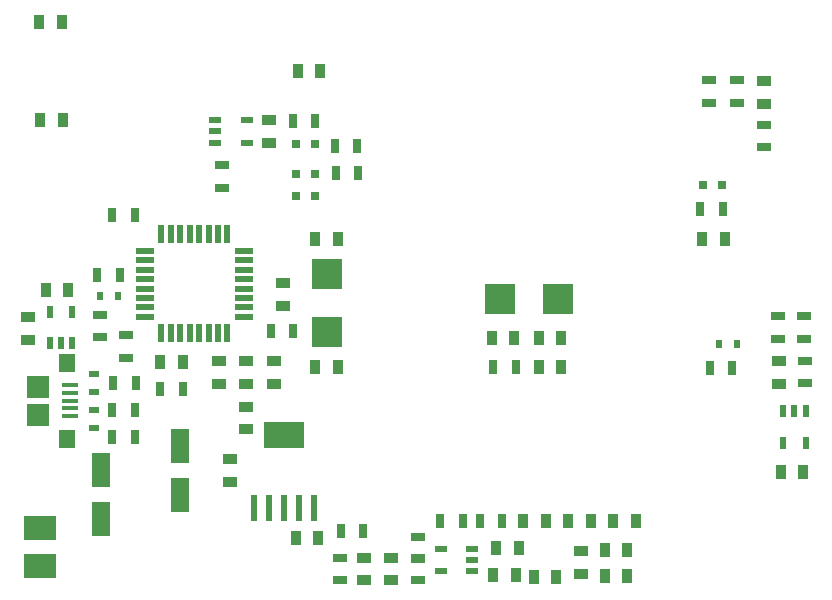
<source format=gtp>
G04*
G04 #@! TF.GenerationSoftware,Altium Limited,Altium Designer,22.11.1 (43)*
G04*
G04 Layer_Color=8421504*
%FSLAX44Y44*%
%MOMM*%
G71*
G04*
G04 #@! TF.SameCoordinates,2AA7A9AF-3E7F-4844-AC60-F76D4B8FDDD6*
G04*
G04*
G04 #@! TF.FilePolarity,Positive*
G04*
G01*
G75*
%ADD16R,0.9000X1.3000*%
%ADD17R,1.6000X3.0000*%
%ADD18R,0.7000X1.3000*%
%ADD19R,1.3000X0.7000*%
%ADD20R,0.5588X0.6858*%
%ADD21R,0.8000X0.8000*%
%ADD22R,3.5000X2.2000*%
%ADD23R,0.6000X2.2000*%
%ADD24R,2.6000X2.5000*%
%ADD25R,2.5000X2.6000*%
%ADD26R,1.1000X0.6000*%
%ADD27R,0.6000X1.1000*%
%ADD28R,2.7000X2.0000*%
%ADD29R,1.4000X1.6000*%
%ADD30R,1.3500X0.4000*%
%ADD31R,1.9000X1.9000*%
%ADD32R,0.5500X1.5000*%
%ADD33R,1.5000X0.5500*%
%ADD34R,0.9000X0.6000*%
%ADD35R,1.3000X0.9000*%
D16*
X584000Y338000D02*
D03*
X603000D02*
D03*
X22500Y522000D02*
D03*
X41500D02*
D03*
X144120Y233680D02*
D03*
X125120D02*
D03*
X42500Y439000D02*
D03*
X23500D02*
D03*
X256500Y338000D02*
D03*
X275500D02*
D03*
X256500Y230000D02*
D03*
X275500D02*
D03*
X460500Y52000D02*
D03*
X441500D02*
D03*
X426060Y53340D02*
D03*
X407060D02*
D03*
X240000Y85000D02*
D03*
X259000D02*
D03*
X260500Y480000D02*
D03*
X241500D02*
D03*
X501500Y75000D02*
D03*
X520500D02*
D03*
X445500Y230000D02*
D03*
X464500D02*
D03*
X527500Y99000D02*
D03*
X508500D02*
D03*
X432500D02*
D03*
X451500D02*
D03*
X489500D02*
D03*
X470500D02*
D03*
X425000Y254000D02*
D03*
X406000D02*
D03*
X464500D02*
D03*
X445500D02*
D03*
X27940Y294640D02*
D03*
X46940D02*
D03*
X669500Y141000D02*
D03*
X650500D02*
D03*
X428600Y76200D02*
D03*
X409600D02*
D03*
X501500Y53000D02*
D03*
X520500D02*
D03*
D17*
X142000Y121500D02*
D03*
Y162500D02*
D03*
X75000Y142000D02*
D03*
Y101000D02*
D03*
D18*
X292000Y416860D02*
D03*
X273000D02*
D03*
X273500Y393860D02*
D03*
X292500D02*
D03*
X125120Y210820D02*
D03*
X144120D02*
D03*
X103480Y358140D02*
D03*
X84480D02*
D03*
X104140Y215900D02*
D03*
X85140D02*
D03*
X84480Y193040D02*
D03*
X103480D02*
D03*
X103500Y170000D02*
D03*
X84500D02*
D03*
X218500Y260000D02*
D03*
X237500D02*
D03*
X414500Y99000D02*
D03*
X395500D02*
D03*
X237500Y438000D02*
D03*
X256500D02*
D03*
X601320Y363220D02*
D03*
X582320D02*
D03*
X609500Y229000D02*
D03*
X590500D02*
D03*
X426000Y230000D02*
D03*
X407000D02*
D03*
X71780Y307340D02*
D03*
X90780D02*
D03*
X381000Y99060D02*
D03*
X362000D02*
D03*
X296827Y90525D02*
D03*
X277827D02*
D03*
D19*
X177000Y400500D02*
D03*
Y381500D02*
D03*
X73660Y273660D02*
D03*
Y254660D02*
D03*
X613000Y472500D02*
D03*
Y453500D02*
D03*
X590000D02*
D03*
Y472500D02*
D03*
X636000Y434500D02*
D03*
Y415500D02*
D03*
X342900Y85700D02*
D03*
Y66700D02*
D03*
Y48920D02*
D03*
Y67920D02*
D03*
X96000Y256500D02*
D03*
Y237500D02*
D03*
X670000Y253500D02*
D03*
Y272500D02*
D03*
X276860Y67920D02*
D03*
Y48920D02*
D03*
X671000Y235000D02*
D03*
Y216000D02*
D03*
X648000Y272500D02*
D03*
Y253500D02*
D03*
D20*
X73660Y289560D02*
D03*
X88900D02*
D03*
X613620Y249000D02*
D03*
X598380D02*
D03*
D21*
X240000Y393000D02*
D03*
X256000D02*
D03*
Y374000D02*
D03*
X240000D02*
D03*
Y418000D02*
D03*
X256000D02*
D03*
X601000Y384000D02*
D03*
X585000D02*
D03*
D22*
X230000Y172000D02*
D03*
D23*
X255400Y110000D02*
D03*
X242700D02*
D03*
X230000D02*
D03*
X217300D02*
D03*
X204600D02*
D03*
D24*
X266000Y308000D02*
D03*
Y259000D02*
D03*
D25*
X412500Y287000D02*
D03*
X461500D02*
D03*
D26*
X171500Y438500D02*
D03*
Y429000D02*
D03*
Y419500D02*
D03*
X198500Y438500D02*
D03*
Y419500D02*
D03*
X389420Y56540D02*
D03*
Y66040D02*
D03*
Y75540D02*
D03*
X362420Y56540D02*
D03*
Y75540D02*
D03*
D27*
X31500Y249500D02*
D03*
X41000D02*
D03*
X50500D02*
D03*
X31500Y276500D02*
D03*
X50500D02*
D03*
X671500Y192500D02*
D03*
X662000D02*
D03*
X652500D02*
D03*
X671500Y165500D02*
D03*
X652500D02*
D03*
D28*
X22860Y92960D02*
D03*
Y60960D02*
D03*
D29*
X46495Y233000D02*
D03*
Y169000D02*
D03*
D30*
X48745Y214000D02*
D03*
Y207500D02*
D03*
Y201000D02*
D03*
Y194500D02*
D03*
Y188000D02*
D03*
D31*
X21995Y213000D02*
D03*
Y189000D02*
D03*
D32*
X182000Y258000D02*
D03*
X174000D02*
D03*
X166000D02*
D03*
X158000D02*
D03*
X150000D02*
D03*
X142000D02*
D03*
X134000D02*
D03*
X126000D02*
D03*
Y342000D02*
D03*
X134000D02*
D03*
X142000D02*
D03*
X150000D02*
D03*
X158000D02*
D03*
X166000D02*
D03*
X174000D02*
D03*
X182000D02*
D03*
D33*
X112000Y272000D02*
D03*
Y280000D02*
D03*
Y288000D02*
D03*
Y296000D02*
D03*
Y304000D02*
D03*
Y312000D02*
D03*
Y320000D02*
D03*
Y328000D02*
D03*
X196000D02*
D03*
Y320000D02*
D03*
Y312000D02*
D03*
Y304000D02*
D03*
Y296000D02*
D03*
Y288000D02*
D03*
Y280000D02*
D03*
Y272000D02*
D03*
D34*
X68580Y208400D02*
D03*
Y223400D02*
D03*
Y193040D02*
D03*
Y178040D02*
D03*
D35*
X221000Y215500D02*
D03*
Y234500D02*
D03*
X198000Y215500D02*
D03*
Y234500D02*
D03*
X229000Y281500D02*
D03*
Y300500D02*
D03*
X175000Y215500D02*
D03*
Y234500D02*
D03*
X636000Y452500D02*
D03*
Y471500D02*
D03*
X297180Y67920D02*
D03*
Y48920D02*
D03*
X184000Y151500D02*
D03*
Y132500D02*
D03*
X217000Y419500D02*
D03*
Y438500D02*
D03*
X12700Y271780D02*
D03*
Y252780D02*
D03*
X320040Y67920D02*
D03*
Y48920D02*
D03*
X649000Y215500D02*
D03*
Y234500D02*
D03*
X198000Y177000D02*
D03*
Y196000D02*
D03*
X481000Y54500D02*
D03*
Y73500D02*
D03*
M02*

</source>
